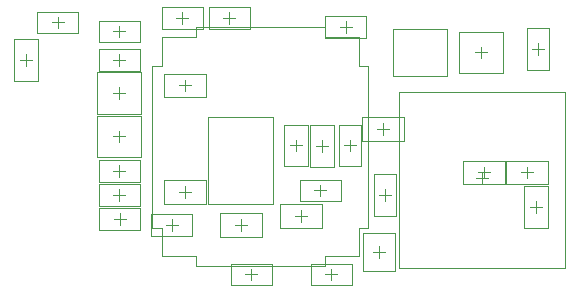
<source format=gbr>
G04*
G04 #@! TF.GenerationSoftware,Altium Limited,Altium Designer,23.0.1 (38)*
G04*
G04 Layer_Color=32768*
%FSLAX25Y25*%
%MOIN*%
G70*
G04*
G04 #@! TF.SameCoordinates,8F8842E6-A163-4070-9E61-B2F925759E80*
G04*
G04*
G04 #@! TF.FilePolarity,Positive*
G04*
G01*
G75*
%ADD14C,0.00394*%
%ADD75C,0.00197*%
D14*
X364988Y230563D02*
Y238437D01*
X351012Y230563D02*
Y238437D01*
X364988D01*
X351012Y230563D02*
X364988D01*
X358000Y232531D02*
Y236469D01*
X356031Y234500D02*
X359968D01*
X322390Y287358D02*
Y294642D01*
X308610Y287358D02*
Y294642D01*
Y287358D02*
X322390D01*
X308610Y294642D02*
X322390D01*
X313531Y291000D02*
X317469D01*
X315500Y289032D02*
Y292969D01*
X351012Y266063D02*
Y273937D01*
X364988Y266063D02*
Y273937D01*
X351012Y266063D02*
X364988D01*
X351012Y273937D02*
X364988D01*
X358000Y268032D02*
Y271969D01*
X356031Y270000D02*
X359968D01*
X389512Y222563D02*
Y230437D01*
X403488Y222563D02*
Y230437D01*
X389512Y222563D02*
X403488D01*
X389512Y230437D02*
X403488D01*
X396500Y224532D02*
Y228468D01*
X394531Y226500D02*
X398468D01*
X301063Y271512D02*
X308937D01*
X301063Y285488D02*
X308937D01*
X301063Y271512D02*
Y285488D01*
X308937Y271512D02*
Y285488D01*
X303031Y278500D02*
X306968D01*
X305000Y276532D02*
Y280469D01*
X391063Y256988D02*
X398937D01*
X391063Y243012D02*
X398937D01*
X391063D02*
Y256988D01*
X398937Y243012D02*
Y256988D01*
X393032Y250000D02*
X396969D01*
X395000Y248031D02*
Y251969D01*
X399563Y256945D02*
X407437D01*
X399563Y242969D02*
X407437D01*
X399563D02*
Y256945D01*
X407437Y242969D02*
Y256945D01*
X401532Y249957D02*
X405469D01*
X403500Y247988D02*
Y251925D01*
X360390Y219858D02*
Y227142D01*
X346610Y219858D02*
Y227142D01*
X360390D01*
X346610Y219858D02*
X360390D01*
X351532Y223500D02*
X355469D01*
X353500Y221532D02*
Y225468D01*
X409358Y243110D02*
X416642D01*
X409358Y256890D02*
X416642D01*
Y243110D02*
Y256890D01*
X409358Y243110D02*
Y256890D01*
X413000Y248031D02*
Y251969D01*
X411031Y250000D02*
X414968D01*
X409890Y231358D02*
Y238642D01*
X396110Y231358D02*
Y238642D01*
X409890D01*
X396110Y231358D02*
X409890D01*
X401031Y235000D02*
X404969D01*
X403000Y233032D02*
Y236968D01*
X336000Y231532D02*
Y235469D01*
X334032Y233500D02*
X337968D01*
X329110Y237142D02*
X342890D01*
X329110Y229858D02*
X342890D01*
X329110D02*
Y237142D01*
X342890Y229858D02*
Y237142D01*
X336000Y239531D02*
Y243468D01*
X334032Y241500D02*
X337968D01*
X329110Y237858D02*
X342890D01*
X329110Y245142D02*
X342890D01*
Y237858D02*
Y245142D01*
X329110Y237858D02*
Y245142D01*
X336000Y286032D02*
Y289968D01*
X334032Y288000D02*
X337968D01*
X329110Y284358D02*
X342890D01*
X329110Y291642D02*
X342890D01*
Y284358D02*
Y291642D01*
X329110Y284358D02*
Y291642D01*
X336161Y223532D02*
Y227468D01*
X334193Y225500D02*
X338130D01*
X329272Y221858D02*
X343051D01*
X329272Y229142D02*
X343051D01*
Y221858D02*
Y229142D01*
X329272Y221858D02*
Y229142D01*
X329110Y274858D02*
Y282142D01*
X342890Y274858D02*
Y282142D01*
X329110D02*
X342890D01*
X329110Y274858D02*
X342890D01*
X334032Y278500D02*
X337968D01*
X336000Y276532D02*
Y280469D01*
X373110Y203358D02*
Y210642D01*
X386890Y203358D02*
Y210642D01*
X373110D02*
X386890D01*
X373110Y203358D02*
X386890D01*
X378031Y207000D02*
X381968D01*
X380000Y205031D02*
Y208968D01*
X406661Y205031D02*
Y208968D01*
X404693Y207000D02*
X408630D01*
X399772Y210642D02*
X413551D01*
X399772Y203358D02*
X413551D01*
X399772D02*
Y210642D01*
X413551Y203358D02*
Y210642D01*
X420858Y226610D02*
X428142D01*
X420858Y240390D02*
X428142D01*
X420858Y226610D02*
Y240390D01*
X428142Y226610D02*
Y240390D01*
X424500Y231532D02*
Y235469D01*
X422532Y233500D02*
X426469D01*
X379551Y288858D02*
Y296142D01*
X365772Y288858D02*
Y296142D01*
Y288858D02*
X379551D01*
X365772Y296142D02*
X379551D01*
X370693Y292500D02*
X374630D01*
X372661Y290531D02*
Y294468D01*
X357000Y290531D02*
Y294468D01*
X355031Y292500D02*
X358968D01*
X350110Y288858D02*
X363890D01*
X350110Y296142D02*
X363890D01*
Y288858D02*
Y296142D01*
X350110Y288858D02*
Y296142D01*
X411500Y287531D02*
Y291469D01*
X409531Y289500D02*
X413469D01*
X404610Y293142D02*
X418390D01*
X404610Y285858D02*
X418390D01*
X404610D02*
Y293142D01*
X418390Y285858D02*
Y293142D01*
X471858Y289051D02*
X479142D01*
X471858Y275272D02*
X479142D01*
Y289051D01*
X471858Y275272D02*
Y289051D01*
X475500Y280193D02*
Y284130D01*
X473531Y282161D02*
X477468D01*
X449118Y274110D02*
Y287890D01*
X463882Y274110D02*
Y287890D01*
X449118D02*
X463882D01*
X449118Y274110D02*
X463882D01*
X454531Y281000D02*
X458468D01*
X456500Y279031D02*
Y282968D01*
X343382Y246110D02*
Y259890D01*
X328618Y246110D02*
Y259890D01*
Y246110D02*
X343382D01*
X328618Y259890D02*
X343382D01*
X334032Y253000D02*
X337968D01*
X336000Y251031D02*
Y254969D01*
X328618Y260610D02*
Y274390D01*
X343382Y260610D02*
Y274390D01*
X328618D02*
X343382D01*
X328618Y260610D02*
X343382D01*
X334032Y267500D02*
X337968D01*
X336000Y265531D02*
Y269468D01*
X430945Y251563D02*
Y259437D01*
X416968Y251563D02*
Y259437D01*
X430945D01*
X416968Y251563D02*
X430945D01*
X423957Y253532D02*
Y257469D01*
X421988Y255500D02*
X425925D01*
X374575Y223500D02*
X378512D01*
X376543Y221532D02*
Y225468D01*
X369555Y227437D02*
X383531D01*
X369555Y219563D02*
X383531D01*
Y227437D01*
X369555Y219563D02*
Y227437D01*
X475000Y227532D02*
Y231469D01*
X473032Y229500D02*
X476968D01*
X471063Y222512D02*
Y236488D01*
X478937Y222512D02*
Y236488D01*
X471063D02*
X478937D01*
X471063Y222512D02*
X478937D01*
X470031Y241000D02*
X473969D01*
X472000Y239032D02*
Y242969D01*
X465012Y237063D02*
X478988D01*
X465012Y244937D02*
X478988D01*
X465012Y237063D02*
Y244937D01*
X478988Y237063D02*
Y244937D01*
X450512Y237063D02*
Y244937D01*
X464488Y237063D02*
Y244937D01*
X450512Y237063D02*
X464488D01*
X450512Y244937D02*
X464488D01*
X457500Y239032D02*
Y242969D01*
X455532Y241000D02*
X459469D01*
X457000Y237303D02*
Y241240D01*
X455031Y239272D02*
X458968D01*
X420532Y214500D02*
X424469D01*
X422500Y212531D02*
Y216469D01*
X427815Y208102D02*
Y220898D01*
X417185Y208102D02*
Y220898D01*
X427815D01*
X417185Y208102D02*
X427815D01*
D75*
X387327Y230394D02*
Y259606D01*
X365673Y230394D02*
Y259606D01*
Y230394D02*
X387327D01*
X365673Y259606D02*
X387327D01*
X427138Y273051D02*
Y288799D01*
Y273051D02*
X445248D01*
Y288799D01*
X427138D02*
X445248D01*
X361543Y286228D02*
Y289378D01*
X404457D01*
Y286228D02*
Y289378D01*
Y286228D02*
X415874D01*
Y276583D02*
Y286228D01*
Y276583D02*
X419024D01*
Y222646D02*
Y276583D01*
X415874Y222646D02*
X419024D01*
X415874Y213000D02*
Y222646D01*
X404457Y213000D02*
X415874D01*
X404457Y209850D02*
Y213000D01*
X361543Y209850D02*
X404457D01*
X361543D02*
Y213000D01*
X350126D02*
X361543D01*
X350126D02*
Y222646D01*
X346976D02*
X350126D01*
X346976D02*
Y276583D01*
X350126D01*
Y286228D01*
X361543D01*
X429244Y209154D02*
X484756D01*
X429244D02*
Y267815D01*
X484756D01*
Y209154D02*
Y267815D01*
M02*

</source>
